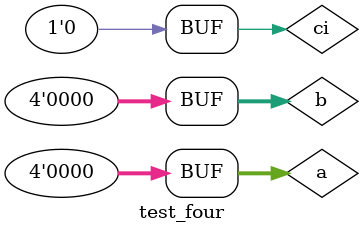
<source format=v>
`timescale 1ns / 1ps


module test_four;

	// Inputs
	reg [3:0] a;
	reg [3:0] b;
	reg ci;

	// Outputs
	wire [3:0] s;
	wire c1;

	// Instantiate the Unit Under Test (UUT)
	four uut (
		.a(a), 
		.b(b), 
		.ci(ci), 
		.s(s), 
		.c1(c1)
	);

	initial begin
		// Initialize Inputs
		//a = 0;
	//	b = 0;
		//ci = 0;

		// Wait 100 ns for global reset to finish
	//	#100;
		a=4'b0000;
		b=4'b0000;
		ci=0;
		repeat(16)
			begin
			b=4'b0000;
			repeat(16)
			begin
			#1;
			b=b+4'b0001;
			end
			#1;
			a=a+4'b0001;
			end
		// Add stimulus here

	end
      
endmodule


</source>
